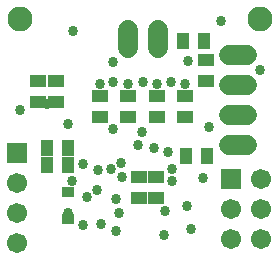
<source format=gbs>
G75*
%MOIN*%
%OFA0B0*%
%FSLAX25Y25*%
%IPPOS*%
%LPD*%
%AMOC8*
5,1,8,0,0,1.08239X$1,22.5*
%
%ADD10C,0.08300*%
%ADD11R,0.05524X0.03950*%
%ADD12R,0.03950X0.05524*%
%ADD13R,0.04068X0.03280*%
%ADD14R,0.06700X0.06700*%
%ADD15C,0.06700*%
%ADD16C,0.06737*%
%ADD17C,0.03400*%
D10*
X0009357Y0093333D03*
X0089357Y0093333D03*
D11*
X0071357Y0079627D03*
X0071357Y0072540D03*
X0064307Y0067577D03*
X0064307Y0060490D03*
X0054807Y0060490D03*
X0054807Y0067577D03*
X0045307Y0067577D03*
X0045307Y0060490D03*
X0035807Y0060490D03*
X0035807Y0067577D03*
X0021107Y0065540D03*
X0015107Y0065540D03*
X0015107Y0072627D03*
X0021107Y0072627D03*
X0048907Y0040577D03*
X0054657Y0040577D03*
X0054657Y0033490D03*
X0048907Y0033490D03*
D12*
X0064564Y0047583D03*
X0071651Y0047583D03*
X0070601Y0086033D03*
X0063514Y0086033D03*
X0025201Y0050383D03*
X0025201Y0044633D03*
X0018114Y0044633D03*
X0018114Y0050383D03*
D13*
X0025157Y0035561D03*
X0025157Y0026506D03*
D14*
X0008157Y0048633D03*
X0079657Y0039883D03*
D15*
X0008157Y0018633D03*
X0008157Y0028633D03*
X0008157Y0038633D03*
X0079657Y0029883D03*
X0079657Y0019883D03*
X0089657Y0019883D03*
X0089657Y0029883D03*
X0089657Y0039883D03*
D16*
X0084826Y0051333D02*
X0078889Y0051333D01*
X0078889Y0061333D02*
X0084826Y0061333D01*
X0084826Y0071333D02*
X0078889Y0071333D01*
X0078889Y0081333D02*
X0084826Y0081333D01*
X0055357Y0083615D02*
X0055357Y0089552D01*
X0045357Y0089552D02*
X0045357Y0083615D01*
D17*
X0040357Y0078833D03*
X0040357Y0072333D03*
X0045307Y0071533D03*
X0050107Y0072333D03*
X0054857Y0071583D03*
X0059607Y0072333D03*
X0064307Y0071533D03*
X0065357Y0079333D03*
X0076107Y0092583D03*
X0089107Y0076333D03*
X0072357Y0057083D03*
X0059857Y0043333D03*
X0059857Y0039083D03*
X0064857Y0030833D03*
X0057607Y0029083D03*
X0057357Y0021333D03*
X0066357Y0023333D03*
X0070357Y0040083D03*
X0058607Y0048833D03*
X0053857Y0050333D03*
X0048607Y0051333D03*
X0049857Y0055583D03*
X0040357Y0056583D03*
X0042857Y0045083D03*
X0039607Y0043333D03*
X0043107Y0040583D03*
X0041357Y0033333D03*
X0042357Y0028633D03*
X0041357Y0022633D03*
X0036107Y0024833D03*
X0030257Y0024633D03*
X0025369Y0028517D03*
X0031607Y0033833D03*
X0034857Y0036333D03*
X0035107Y0042833D03*
X0030107Y0044833D03*
X0026607Y0039083D03*
X0025357Y0058333D03*
X0018107Y0064833D03*
X0009357Y0062833D03*
X0026857Y0089083D03*
X0035807Y0071533D03*
M02*

</source>
